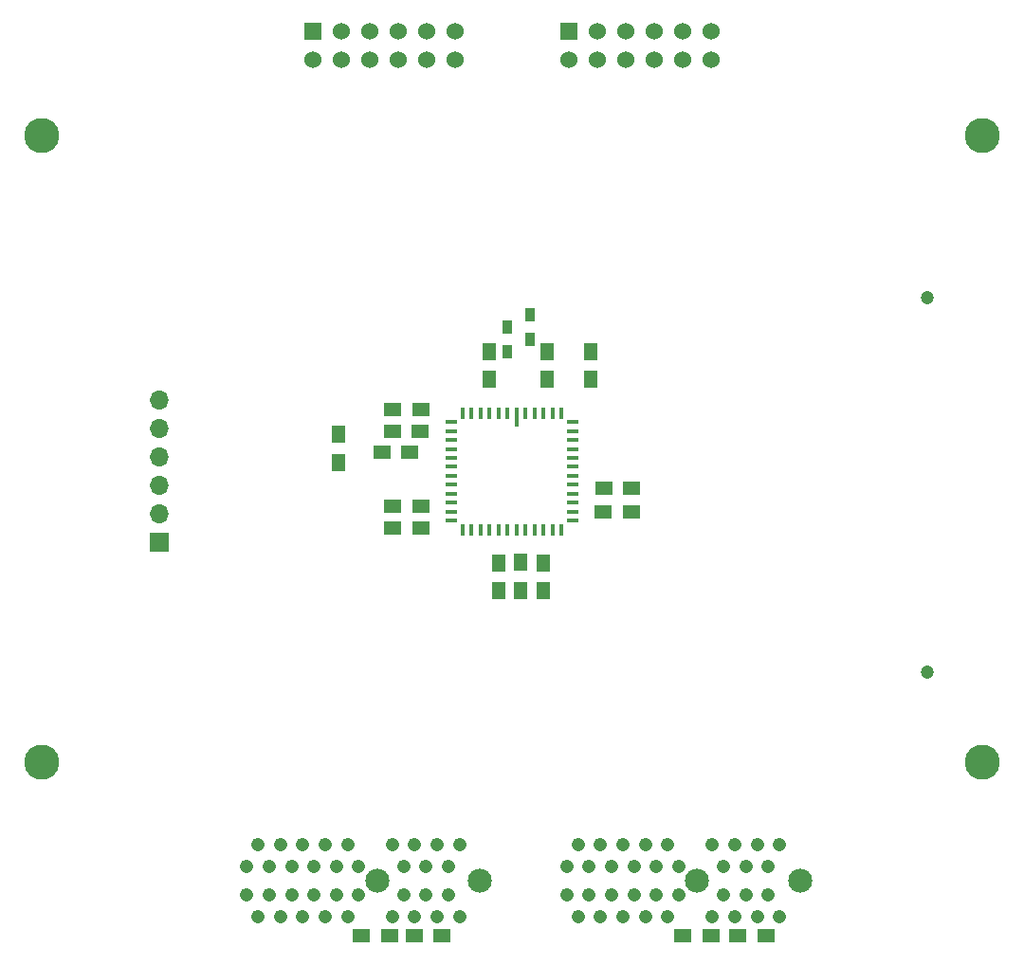
<source format=gbr>
G04 #@! TF.FileFunction,Soldermask,Bot*
%FSLAX46Y46*%
G04 Gerber Fmt 4.6, Leading zero omitted, Abs format (unit mm)*
G04 Created by KiCad (PCBNEW 4.0.7) date Sat Jan 20 00:24:16 2018*
%MOMM*%
%LPD*%
G01*
G04 APERTURE LIST*
%ADD10C,0.100000*%
%ADD11C,3.124000*%
%ADD12R,1.700000X1.700000*%
%ADD13O,1.700000X1.700000*%
%ADD14C,1.194000*%
%ADD15R,1.500000X1.250000*%
%ADD16R,1.250000X1.500000*%
%ADD17R,1.524000X1.524000*%
%ADD18C,1.524000*%
%ADD19R,0.400000X1.000000*%
%ADD20R,1.000000X0.400000*%
%ADD21R,0.400000X1.750000*%
%ADD22R,0.900000X1.200000*%
%ADD23C,1.208000*%
%ADD24C,2.150000*%
G04 APERTURE END LIST*
D10*
D11*
X87480000Y-68480000D03*
X3520000Y-12520000D03*
D12*
X14000000Y-48850000D03*
D13*
X14000000Y-46310000D03*
X14000000Y-43770000D03*
X14000000Y-41230000D03*
X14000000Y-38690000D03*
X14000000Y-36150000D03*
D14*
X82548000Y-60456950D03*
X82548000Y-26975950D03*
D15*
X37340000Y-36980000D03*
X34840000Y-36980000D03*
X37300000Y-38900000D03*
X34800000Y-38900000D03*
D16*
X43500000Y-34300000D03*
X43500000Y-31800000D03*
X48600000Y-34300000D03*
X48600000Y-31800000D03*
X29990000Y-41680000D03*
X29990000Y-39180000D03*
X46300000Y-50650000D03*
X46300000Y-53150000D03*
D15*
X37350000Y-45600000D03*
X34850000Y-45600000D03*
D16*
X44290000Y-50680000D03*
X44290000Y-53180000D03*
D15*
X53650000Y-46100000D03*
X56150000Y-46100000D03*
X37340000Y-47580000D03*
X34840000Y-47580000D03*
X53690000Y-43980000D03*
X56190000Y-43980000D03*
X36390000Y-40780000D03*
X33890000Y-40780000D03*
D17*
X50580000Y-3230000D03*
D18*
X50580000Y-5770000D03*
X53120000Y-3230000D03*
X53120000Y-5770000D03*
X55660000Y-3230000D03*
X55660000Y-5770000D03*
X58200000Y-3230000D03*
X58200000Y-5770000D03*
X60740000Y-3230000D03*
X60740000Y-5770000D03*
X63280000Y-3230000D03*
X63280000Y-5770000D03*
D17*
X27720000Y-3230000D03*
D18*
X27720000Y-5770000D03*
X30260000Y-3230000D03*
X30260000Y-5770000D03*
X32800000Y-3230000D03*
X32800000Y-5770000D03*
X35340000Y-3230000D03*
X35340000Y-5770000D03*
X37880000Y-3230000D03*
X37880000Y-5770000D03*
X40420000Y-3230000D03*
X40420000Y-5770000D03*
D19*
X49900000Y-37285000D03*
D20*
X50886250Y-46900000D03*
D19*
X41100000Y-47715000D03*
D21*
X45900000Y-37660000D03*
D19*
X44300000Y-37285000D03*
X43500000Y-37285000D03*
X42700000Y-37285000D03*
X41900000Y-37285000D03*
X41100000Y-37285000D03*
D20*
X40113750Y-38100000D03*
X40113750Y-38900000D03*
X40113750Y-39700000D03*
X40113750Y-40500000D03*
X40113750Y-41300000D03*
X40113750Y-42100000D03*
X40113750Y-42900000D03*
X40113750Y-43700000D03*
X40113750Y-44500000D03*
X40113750Y-45300000D03*
X40113750Y-46100000D03*
X40113750Y-46900000D03*
D19*
X41900000Y-47715000D03*
X42700000Y-47715000D03*
X43500000Y-47715000D03*
X44300000Y-47715000D03*
X45100000Y-47715000D03*
X45900000Y-47715000D03*
X46700000Y-47715000D03*
X47500000Y-47715000D03*
X48300000Y-47715000D03*
X49100000Y-47715000D03*
X49900000Y-47715000D03*
D20*
X50886250Y-46100000D03*
X50886250Y-45300000D03*
X50886250Y-44500000D03*
X50886250Y-43700000D03*
X50886250Y-42900000D03*
X50886250Y-42100000D03*
X50886250Y-41300000D03*
X50886250Y-40500000D03*
X50886250Y-39700000D03*
X50886250Y-38900000D03*
X50886250Y-38100000D03*
D19*
X49100000Y-37285000D03*
X48300000Y-37285000D03*
X47500000Y-37285000D03*
X46700000Y-37285000D03*
X45100000Y-37285000D03*
D15*
X32050000Y-84000000D03*
X34550000Y-84000000D03*
X60750000Y-84000000D03*
X63250000Y-84000000D03*
X39250000Y-84000000D03*
X36750000Y-84000000D03*
D16*
X52490000Y-31780000D03*
X52490000Y-34280000D03*
D15*
X65650000Y-84000000D03*
X68150000Y-84000000D03*
D16*
X48290000Y-50680000D03*
X48290000Y-53180000D03*
D22*
X45090000Y-31780000D03*
X45090000Y-29580000D03*
X47090000Y-30680000D03*
X47090000Y-28480000D03*
D23*
X60400000Y-77810000D03*
X58400000Y-77810000D03*
X56400000Y-77810000D03*
X54400000Y-77810000D03*
X52400000Y-77810000D03*
X50400000Y-77810000D03*
X51400000Y-75810000D03*
X53400000Y-75810000D03*
X55400000Y-75810000D03*
X57400000Y-75810000D03*
X59400000Y-75810000D03*
X50400000Y-80310000D03*
X52400000Y-80310000D03*
X54400000Y-80310000D03*
X56400000Y-80310000D03*
X58400000Y-80310000D03*
X60400000Y-80310000D03*
X59400000Y-82310000D03*
X57400000Y-82310000D03*
X55400000Y-82310000D03*
X53400000Y-82310000D03*
X51400000Y-82310000D03*
X69400000Y-75810000D03*
X67400000Y-75810000D03*
X65400000Y-75810000D03*
X63400000Y-75810000D03*
X64400000Y-77810000D03*
X66400000Y-77810000D03*
X68400000Y-77810000D03*
X63400000Y-82310000D03*
X65400000Y-82310000D03*
X67400000Y-82310000D03*
X69400000Y-82310000D03*
X68400000Y-80310000D03*
X66400000Y-80310000D03*
X64400000Y-80310000D03*
D24*
X62050000Y-79060000D03*
X71200000Y-79060000D03*
D23*
X31820000Y-77810000D03*
X29820000Y-77810000D03*
X27820000Y-77810000D03*
X25820000Y-77810000D03*
X23820000Y-77810000D03*
X21820000Y-77810000D03*
X22820000Y-75810000D03*
X24820000Y-75810000D03*
X26820000Y-75810000D03*
X28820000Y-75810000D03*
X30820000Y-75810000D03*
X21820000Y-80310000D03*
X23820000Y-80310000D03*
X25820000Y-80310000D03*
X27820000Y-80310000D03*
X29820000Y-80310000D03*
X31820000Y-80310000D03*
X30820000Y-82310000D03*
X28820000Y-82310000D03*
X26820000Y-82310000D03*
X24820000Y-82310000D03*
X22820000Y-82310000D03*
X40820000Y-75810000D03*
X38820000Y-75810000D03*
X36820000Y-75810000D03*
X34820000Y-75810000D03*
X35820000Y-77810000D03*
X37820000Y-77810000D03*
X39820000Y-77810000D03*
X34820000Y-82310000D03*
X36820000Y-82310000D03*
X38820000Y-82310000D03*
X40820000Y-82310000D03*
X39820000Y-80310000D03*
X37820000Y-80310000D03*
X35820000Y-80310000D03*
D24*
X33470000Y-79060000D03*
X42620000Y-79060000D03*
D11*
X3520000Y-68480000D03*
X87480000Y-12520000D03*
M02*

</source>
